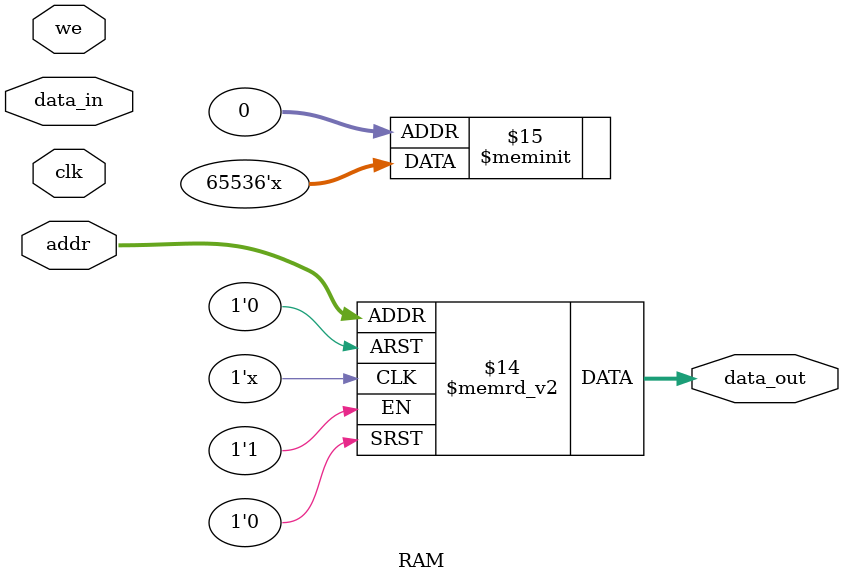
<source format=v>
module RAM (
    input clk,
    input [11:0] addr,
    input [15:0] data_in, 
    input we,
    output reg [15:0] data_out
);

    reg [15:0] mem [0:4095]; // 4KB RAM

    initial begin
        // Initialize memory with some values (for testing)
        mem[0] = 16'b0010000000001000; //LDA
        mem[1] = 16'b0000000000001000; //AND
        mem[2] = 16'b1111100000000000; //INP
        mem[3] = 16'b1111010000000000; //OUT
        mem[4] = 16'b0111000000000001; //halt
        mem[8] = 16'b0000000000000010; //DATA 2
        //data_out initial value
        data_out = mem[0];
    end

    always @(clk) begin
        data_out <= mem[addr];
        if (we) begin
            mem[addr] <= data_in;
        end
    end

endmodule

</source>
